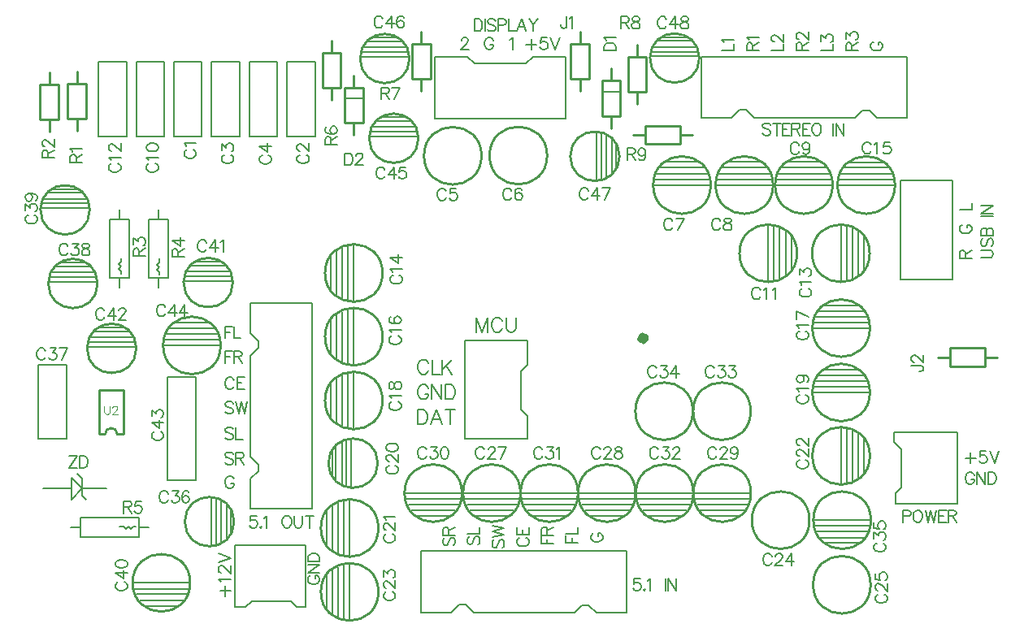
<source format=gto>
G04 Layer_Color=65535*
%FSLAX23Y23*%
%MOIN*%
G70*
G01*
G75*
%ADD17C,0.004*%
%ADD19C,0.008*%
%ADD20C,0.010*%
%ADD37C,0.039*%
%ADD38C,0.006*%
%ADD39C,0.005*%
%ADD40C,0.010*%
%ADD41C,0.006*%
D17*
X356Y908D02*
Y884D01*
X357Y879D01*
X360Y875D01*
X365Y874D01*
X368D01*
X373Y875D01*
X377Y879D01*
X378Y884D01*
Y908D01*
X389Y900D02*
Y901D01*
X391Y905D01*
X392Y906D01*
X396Y908D01*
X402D01*
X405Y906D01*
X407Y905D01*
X409Y901D01*
Y898D01*
X407Y895D01*
X404Y890D01*
X388Y874D01*
X410D01*
D19*
X730Y604D02*
Y1028D01*
X615D02*
X730D01*
X615Y604D02*
Y1028D01*
Y604D02*
X730D01*
X2115Y2340D02*
X2249D01*
X2086Y2312D02*
X2115Y2340D01*
X1712D02*
X1846D01*
X1875Y2312D01*
X644Y1250D02*
X785D01*
X624Y1227D02*
X805D01*
X608Y1203D02*
X817D01*
X600Y1180D02*
X829D01*
X600Y1156D02*
X829D01*
X3173Y1463D02*
Y1604D01*
X3150Y1443D02*
Y1624D01*
X3126Y1431D02*
Y1640D01*
X3102Y1419D02*
Y1648D01*
X3079Y1419D02*
Y1648D01*
X3472Y1463D02*
Y1604D01*
X3448Y1443D02*
Y1624D01*
X3425Y1431D02*
Y1640D01*
X3401Y1419D02*
Y1648D01*
X3377Y1419D02*
Y1648D01*
X3410Y1908D02*
X3552D01*
X3391Y1885D02*
X3572D01*
X3375Y1861D02*
X3583D01*
X3367Y1837D02*
X3595D01*
X3367Y1814D02*
X3595D01*
X1284Y859D02*
Y1001D01*
X1308Y840D02*
Y1021D01*
X1332Y824D02*
Y1032D01*
X1355Y816D02*
Y1044D01*
X1379Y816D02*
Y1044D01*
X1284Y1121D02*
Y1263D01*
X1308Y1101D02*
Y1282D01*
X1332Y1085D02*
Y1294D01*
X1355Y1078D02*
Y1306D01*
X1379Y1078D02*
Y1306D01*
X1284Y1382D02*
Y1524D01*
X1308Y1362D02*
Y1543D01*
X1332Y1346D02*
Y1555D01*
X1355Y1339D02*
Y1567D01*
X1379Y1339D02*
Y1567D01*
X1267Y74D02*
Y216D01*
X1291Y55D02*
Y236D01*
X1314Y39D02*
Y248D01*
X1338Y31D02*
Y259D01*
X1362Y31D02*
Y259D01*
X1634Y455D02*
X1776D01*
X1614Y479D02*
X1795D01*
X1603Y503D02*
X1811D01*
X1591Y526D02*
X1819D01*
X1591Y550D02*
X1819D01*
X3154Y1909D02*
X3296D01*
X3135Y1885D02*
X3316D01*
X3119Y1861D02*
X3328D01*
X3111Y1838D02*
X3339D01*
X3111Y1814D02*
X3339D01*
X2910Y1909D02*
X3052D01*
X2891Y1885D02*
X3072D01*
X2875Y1861D02*
X3084D01*
X2867Y1838D02*
X3095D01*
X2867Y1814D02*
X3095D01*
X3311Y345D02*
X3453D01*
X3291Y368D02*
X3472D01*
X3279Y392D02*
X3488D01*
X3268Y416D02*
X3496D01*
X3268Y439D02*
X3496D01*
X2654Y1909D02*
X2796D01*
X2635Y1885D02*
X2816D01*
X2619Y1861D02*
X2828D01*
X2611Y1838D02*
X2839D01*
X2611Y1814D02*
X2839D01*
X3472Y632D02*
Y774D01*
X3449Y612D02*
Y793D01*
X3425Y601D02*
Y809D01*
X3402Y589D02*
Y817D01*
X3378Y589D02*
Y817D01*
X1267Y336D02*
Y478D01*
X1291Y316D02*
Y497D01*
X1314Y301D02*
Y509D01*
X1338Y293D02*
Y521D01*
X1362Y293D02*
Y521D01*
X3307Y1321D02*
X3449D01*
X3287Y1297D02*
X3468D01*
X3272Y1274D02*
X3480D01*
X3264Y1250D02*
X3492D01*
X3264Y1227D02*
X3492D01*
X3307Y1057D02*
X3449D01*
X3287Y1034D02*
X3468D01*
X3272Y1010D02*
X3480D01*
X3264Y986D02*
X3492D01*
X3264Y963D02*
X3492D01*
X2819Y455D02*
X2961D01*
X2799Y479D02*
X2980D01*
X2787Y503D02*
X2996D01*
X2776Y526D02*
X3004D01*
X2776Y550D02*
X3004D01*
X2583Y455D02*
X2724D01*
X2563Y479D02*
X2744D01*
X2551Y503D02*
X2760D01*
X2539Y526D02*
X2768D01*
X2539Y550D02*
X2768D01*
X2346Y455D02*
X2488D01*
X2327Y479D02*
X2508D01*
X2315Y503D02*
X2524D01*
X2303Y526D02*
X2532D01*
X2303Y550D02*
X2532D01*
X2110Y455D02*
X2252D01*
X2091Y479D02*
X2272D01*
X2079Y503D02*
X2287D01*
X2067Y526D02*
X2295D01*
X2067Y550D02*
X2295D01*
X1874Y455D02*
X2016D01*
X1854Y479D02*
X2035D01*
X1843Y503D02*
X2051D01*
X1831Y526D02*
X2059D01*
X1831Y550D02*
X2059D01*
X2315Y91D02*
X2342D01*
X2498Y60D02*
Y312D01*
X1653D02*
X2498D01*
X1653Y60D02*
Y312D01*
X447Y2014D02*
Y2319D01*
X332D02*
X447D01*
X332Y2014D02*
Y2319D01*
Y2014D02*
X447D01*
X602D02*
Y2319D01*
X487D02*
X602D01*
X487Y2014D02*
Y2319D01*
Y2014D02*
X602D01*
X756D02*
Y2319D01*
X641D02*
X756D01*
X641Y2014D02*
Y2319D01*
Y2014D02*
X756D01*
X911D02*
Y2319D01*
X796D02*
X911D01*
X796Y2014D02*
Y2319D01*
Y2014D02*
X911D01*
X1065D02*
Y2319D01*
X950D02*
X1065D01*
X950Y2014D02*
Y2319D01*
Y2014D02*
X1065D01*
X1220D02*
Y2319D01*
X1105D02*
X1220D01*
X1105Y2014D02*
Y2319D01*
Y2014D02*
X1220D01*
X537Y1672D02*
X617D01*
X537Y1432D02*
X617D01*
X577Y1672D02*
Y1712D01*
Y1392D02*
Y1432D01*
X617D02*
Y1672D01*
X537Y1432D02*
Y1672D01*
X582Y1447D02*
Y1457D01*
Y1497D02*
Y1512D01*
X572Y1467D02*
X582Y1477D01*
X572Y1487D02*
X582Y1497D01*
X572Y1467D02*
X582Y1457D01*
X572Y1487D02*
X582Y1477D01*
X1712Y2088D02*
Y2340D01*
X1875Y2312D02*
X2086D01*
X2249Y2088D02*
Y2340D01*
X1712Y2088D02*
X2249D01*
X2398Y2195D02*
X2470D01*
X1342Y2171D02*
X1415D01*
X265Y569D02*
X363D01*
X265Y539D02*
Y609D01*
Y539D02*
X282Y522D01*
X245Y629D02*
X265Y609D01*
X104Y569D02*
X220D01*
X265D02*
X265D01*
X220Y614D02*
X265Y569D01*
X220Y524D02*
Y614D01*
Y524D02*
X265Y569D01*
X378Y1674D02*
X458D01*
X378Y1434D02*
X458D01*
X418Y1674D02*
Y1714D01*
Y1394D02*
Y1434D01*
X458D02*
Y1674D01*
X378Y1434D02*
Y1674D01*
X423Y1449D02*
Y1459D01*
Y1499D02*
Y1514D01*
X413Y1469D02*
X423Y1479D01*
X413Y1489D02*
X423Y1499D01*
X413Y1469D02*
X423Y1459D01*
X413Y1489D02*
X423Y1479D01*
X200Y773D02*
Y1078D01*
X85D02*
X200D01*
X85Y773D02*
Y1078D01*
Y773D02*
X200D01*
X519Y87D02*
X661D01*
X500Y111D02*
X681D01*
X488Y135D02*
X696D01*
X476Y158D02*
X704D01*
X476Y182D02*
X704D01*
X258Y369D02*
Y449D01*
X498Y369D02*
Y449D01*
X218Y409D02*
X258D01*
X498D02*
X538D01*
X258Y449D02*
X498D01*
X258Y369D02*
X498D01*
X473Y414D02*
X483D01*
X418D02*
X433D01*
X453D02*
X463Y404D01*
X433Y414D02*
X443Y404D01*
X463D02*
X473Y414D01*
X443Y404D02*
X453Y414D01*
X2283Y60D02*
X2315Y91D01*
X1810Y93D02*
X1837D01*
X2342Y91D02*
X2373Y60D01*
X2498D01*
X1777D02*
X1810Y93D01*
X1653Y60D02*
X1777D01*
X1837Y93D02*
X1870Y60D01*
X2283D01*
X987Y641D02*
Y668D01*
X955Y485D02*
X1207D01*
Y1330D01*
X955D02*
X1207D01*
X955Y700D02*
X987Y668D01*
X989Y1146D02*
Y1173D01*
X955Y610D02*
X987Y641D01*
X955Y485D02*
Y610D01*
Y1206D02*
X989Y1173D01*
X955Y1206D02*
Y1330D01*
Y1113D02*
X989Y1146D01*
X955Y700D02*
Y1113D01*
X3466Y2120D02*
X3493D01*
X3649Y2089D02*
Y2341D01*
X2804D02*
X3649D01*
X2804Y2089D02*
Y2341D01*
X3435Y2089D02*
X3466Y2120D01*
X2962Y2122D02*
X2988D01*
X3493Y2120D02*
X3524Y2089D01*
X3649D01*
X2928D02*
X2962Y2122D01*
X2804Y2089D02*
X2928D01*
X2988Y2122D02*
X3021Y2089D01*
X3435D01*
D20*
X1477Y673D02*
G03*
X1477Y673I-101J0D01*
G01*
X833Y1156D02*
G03*
X833Y1156I-118J0D01*
G01*
X3197Y1534D02*
G03*
X3197Y1534I-118J0D01*
G01*
X3495D02*
G03*
X3495Y1534I-118J0D01*
G01*
X3599Y1814D02*
G03*
X3599Y1814I-118J0D01*
G01*
X1497Y930D02*
G03*
X1497Y930I-118J0D01*
G01*
Y1192D02*
G03*
X1497Y1192I-118J0D01*
G01*
Y1453D02*
G03*
X1497Y1453I-118J0D01*
G01*
X1480Y145D02*
G03*
X1480Y145I-118J0D01*
G01*
X1823Y550D02*
G03*
X1823Y550I-118J0D01*
G01*
X3248Y439D02*
G03*
X3248Y439I-118J0D01*
G01*
X3343Y1814D02*
G03*
X3343Y1814I-118J0D01*
G01*
X3099D02*
G03*
X3099Y1814I-118J0D01*
G01*
X3500Y439D02*
G03*
X3500Y439I-118J0D01*
G01*
X2843Y1814D02*
G03*
X2843Y1814I-118J0D01*
G01*
X3496Y703D02*
G03*
X3496Y703I-118J0D01*
G01*
X1480Y407D02*
G03*
X1480Y407I-118J0D01*
G01*
X3496Y1227D02*
G03*
X3496Y1227I-118J0D01*
G01*
Y963D02*
G03*
X3496Y963I-118J0D01*
G01*
X3008Y550D02*
G03*
X3008Y550I-118J0D01*
G01*
X2772D02*
G03*
X2772Y550I-118J0D01*
G01*
X2535D02*
G03*
X2535Y550I-118J0D01*
G01*
X2299D02*
G03*
X2299Y550I-118J0D01*
G01*
X2063D02*
G03*
X2063Y550I-118J0D01*
G01*
X3499Y174D02*
G03*
X3499Y174I-118J0D01*
G01*
X3007Y886D02*
G03*
X3007Y886I-118J0D01*
G01*
X2770D02*
G03*
X2770Y886I-118J0D01*
G01*
X1903Y1934D02*
G03*
X1903Y1934I-118J0D01*
G01*
X2796Y2335D02*
G03*
X2796Y2335I-101J0D01*
G01*
X2172Y1935D02*
G03*
X2172Y1935I-118J0D01*
G01*
X1607Y2333D02*
G03*
X1607Y2333I-101J0D01*
G01*
X1644Y2006D02*
G03*
X1644Y2006I-101J0D01*
G01*
X2469Y1932D02*
G03*
X2469Y1932I-101J0D01*
G01*
X296Y1712D02*
G03*
X296Y1712I-101J0D01*
G01*
X328Y1410D02*
G03*
X328Y1410I-101J0D01*
G01*
X487Y1144D02*
G03*
X487Y1144I-101J0D01*
G01*
X883Y1414D02*
G03*
X883Y1414I-101J0D01*
G01*
X888Y433D02*
G03*
X888Y433I-101J0D01*
G01*
X409Y792D02*
G03*
X359Y792I-25J0D01*
G01*
X708Y182D02*
G03*
X708Y182I-118J0D01*
G01*
X409Y792D02*
X434D01*
Y972D01*
X334D02*
X434D01*
X334Y792D02*
Y972D01*
Y792D02*
X359D01*
D37*
X2569Y1185D02*
G03*
X2569Y1185I-4J0D01*
G01*
D38*
X1146Y83D02*
X1182D01*
X1120Y108D02*
X1146Y83D01*
X892D02*
X936D01*
X962Y108D01*
X3595Y759D02*
Y799D01*
Y759D02*
X3624Y730D01*
X3602Y508D02*
Y550D01*
X3624Y572D01*
X3620Y1832D02*
X3835D01*
Y1427D02*
Y1832D01*
X3620Y1427D02*
X3835D01*
X3620D02*
Y1832D01*
X3595Y799D02*
X3854D01*
Y508D02*
Y799D01*
X3602Y508D02*
X3854D01*
X3624Y572D02*
Y730D01*
X1836Y773D02*
X2091D01*
X1836D02*
Y1178D01*
X2091D01*
X2064Y893D02*
Y1050D01*
X892Y83D02*
Y338D01*
X1182D01*
Y83D02*
Y338D01*
X962Y108D02*
X1120D01*
X2064Y893D02*
X2091Y867D01*
Y773D02*
Y867D01*
X2064Y1050D02*
X2091Y1076D01*
Y1178D01*
D39*
X1349Y575D02*
Y773D01*
X1290Y626D02*
Y725D01*
X1306Y599D02*
Y747D01*
X1330Y581D02*
Y764D01*
X1369Y571D02*
Y774D01*
X2597Y2361D02*
X2794D01*
X2648Y2420D02*
X2747D01*
X2620Y2405D02*
X2769D01*
X2603Y2381D02*
X2786D01*
X2593Y2342D02*
X2796D01*
X1407Y2360D02*
X1605D01*
X1458Y2419D02*
X1557D01*
X1430Y2403D02*
X1579D01*
X1413Y2379D02*
X1596D01*
X1403Y2340D02*
X1606D01*
X1444Y2033D02*
X1642D01*
X1495Y2092D02*
X1594D01*
X1468Y2076D02*
X1617D01*
X1451Y2052D02*
X1634D01*
X1440Y2013D02*
X1644D01*
X2394Y1833D02*
Y2031D01*
X2453Y1881D02*
Y1980D01*
X2437Y1859D02*
Y2007D01*
X2413Y1841D02*
Y2024D01*
X2374Y1831D02*
Y2035D01*
X96Y1739D02*
X294D01*
X147Y1798D02*
X246D01*
X119Y1782D02*
X268D01*
X102Y1758D02*
X285D01*
X92Y1719D02*
X295D01*
X128Y1437D02*
X326D01*
X179Y1496D02*
X278D01*
X151Y1480D02*
X300D01*
X134Y1456D02*
X317D01*
X124Y1417D02*
X327D01*
X288Y1171D02*
X485D01*
X339Y1230D02*
X438D01*
X311Y1214D02*
X460D01*
X294Y1190D02*
X477D01*
X284Y1151D02*
X487D01*
X683Y1440D02*
X881D01*
X735Y1499D02*
X833D01*
X707Y1483D02*
X856D01*
X690Y1460D02*
X873D01*
X679Y1420D02*
X883D01*
X813Y334D02*
Y531D01*
X873Y381D02*
Y480D01*
X857Y359D02*
Y508D01*
X833Y342D02*
Y525D01*
X794Y332D02*
Y535D01*
D40*
X2504Y2339D02*
X2579D01*
X2504Y2195D02*
X2579D01*
Y2339D01*
X2504Y2195D02*
Y2339D01*
X2542Y2145D02*
Y2195D01*
Y2339D02*
Y2389D01*
X1251Y2213D02*
X1326D01*
X1251Y2357D02*
X1326D01*
X1251Y2213D02*
Y2357D01*
X1326Y2213D02*
Y2357D01*
X1289D02*
Y2407D01*
Y2163D02*
Y2213D01*
X2269Y2249D02*
X2344D01*
X2269Y2393D02*
X2344D01*
X2269Y2249D02*
Y2393D01*
X2344Y2249D02*
Y2393D01*
X2307D02*
Y2443D01*
Y2199D02*
Y2249D01*
X3824Y1070D02*
Y1145D01*
X3968Y1070D02*
Y1145D01*
X3824D02*
X3968D01*
X3824Y1070D02*
X3968D01*
Y1107D02*
X4018D01*
X3774D02*
X3824D01*
X92Y2084D02*
X167D01*
X92Y2228D02*
X167D01*
X92Y2084D02*
Y2228D01*
X167Y2084D02*
Y2228D01*
X130D02*
Y2278D01*
Y2034D02*
Y2084D01*
X206Y2086D02*
X281D01*
X206Y2230D02*
X281D01*
X206Y2086D02*
Y2230D01*
X281Y2086D02*
Y2230D01*
X244D02*
Y2280D01*
Y2036D02*
Y2086D01*
X2397Y2098D02*
Y2242D01*
X2472Y2098D02*
Y2242D01*
X2434D02*
Y2292D01*
Y2048D02*
Y2098D01*
X2397D02*
X2472D01*
X2397Y2242D02*
X2472D01*
X2717Y1983D02*
Y2058D01*
X2573Y1983D02*
Y2058D01*
Y1983D02*
X2717D01*
X2573Y2058D02*
X2717D01*
X2523Y2020D02*
X2573D01*
X2717D02*
X2767D01*
X1618Y2251D02*
X1693D01*
X1618Y2394D02*
X1693D01*
X1618Y2251D02*
Y2394D01*
X1693Y2251D02*
Y2394D01*
X1656D02*
Y2444D01*
Y2201D02*
Y2251D01*
X1417Y2070D02*
Y2213D01*
X1342Y2070D02*
Y2213D01*
X1379Y2020D02*
Y2070D01*
Y2213D02*
Y2263D01*
X1342Y2213D02*
X1417D01*
X1342Y2070D02*
X1417D01*
D41*
X561Y802D02*
X557Y800D01*
X552Y795D01*
X550Y791D01*
Y781D01*
X552Y777D01*
X557Y772D01*
X561Y770D01*
X568Y767D01*
X580D01*
X587Y770D01*
X592Y772D01*
X596Y777D01*
X599Y781D01*
Y791D01*
X596Y795D01*
X592Y800D01*
X587Y802D01*
X550Y840D02*
X582Y816D01*
Y851D01*
X550Y840D02*
X599D01*
X550Y865D02*
Y890D01*
X568Y876D01*
Y883D01*
X571Y888D01*
X573Y890D01*
X580Y893D01*
X585D01*
X592Y890D01*
X596Y886D01*
X599Y879D01*
Y872D01*
X596Y865D01*
X594Y862D01*
X589Y860D01*
X1524Y664D02*
X1519Y661D01*
X1514Y657D01*
X1512Y652D01*
Y643D01*
X1514Y638D01*
X1519Y633D01*
X1524Y631D01*
X1531Y629D01*
X1542D01*
X1549Y631D01*
X1554Y633D01*
X1559Y638D01*
X1561Y643D01*
Y652D01*
X1559Y657D01*
X1554Y661D01*
X1549Y664D01*
X1524Y680D02*
X1521D01*
X1517Y682D01*
X1514Y685D01*
X1512Y689D01*
Y699D01*
X1514Y703D01*
X1517Y706D01*
X1521Y708D01*
X1526D01*
X1531Y706D01*
X1538Y701D01*
X1561Y678D01*
Y710D01*
X1512Y735D02*
X1514Y728D01*
X1521Y724D01*
X1533Y721D01*
X1540D01*
X1552Y724D01*
X1559Y728D01*
X1561Y735D01*
Y740D01*
X1559Y747D01*
X1552Y752D01*
X1540Y754D01*
X1533D01*
X1521Y752D01*
X1514Y747D01*
X1512Y740D01*
Y735D01*
X605Y1312D02*
X603Y1317D01*
X598Y1322D01*
X594Y1324D01*
X584D01*
X580Y1322D01*
X575Y1317D01*
X573Y1312D01*
X570Y1305D01*
Y1294D01*
X573Y1287D01*
X575Y1282D01*
X580Y1277D01*
X584Y1275D01*
X594D01*
X598Y1277D01*
X603Y1282D01*
X605Y1287D01*
X643Y1324D02*
X619Y1291D01*
X654D01*
X643Y1324D02*
Y1275D01*
X686Y1324D02*
X663Y1291D01*
X698D01*
X686Y1324D02*
Y1275D01*
X2476Y2505D02*
Y2456D01*
Y2505D02*
X2497D01*
X2504Y2502D01*
X2506Y2500D01*
X2508Y2495D01*
Y2491D01*
X2506Y2486D01*
X2504Y2484D01*
X2497Y2481D01*
X2476D01*
X2492D02*
X2508Y2456D01*
X2531Y2505D02*
X2524Y2502D01*
X2522Y2498D01*
Y2493D01*
X2524Y2488D01*
X2529Y2486D01*
X2538Y2484D01*
X2545Y2481D01*
X2550Y2477D01*
X2552Y2472D01*
Y2465D01*
X2550Y2460D01*
X2548Y2458D01*
X2541Y2456D01*
X2531D01*
X2524Y2458D01*
X2522Y2460D01*
X2519Y2465D01*
Y2472D01*
X2522Y2477D01*
X2527Y2481D01*
X2534Y2484D01*
X2543Y2486D01*
X2548Y2488D01*
X2550Y2493D01*
Y2498D01*
X2548Y2502D01*
X2541Y2505D01*
X2531D01*
X1262Y1980D02*
X1311D01*
X1262D02*
Y2001D01*
X1264Y2008D01*
X1266Y2011D01*
X1271Y2013D01*
X1276D01*
X1280Y2011D01*
X1283Y2008D01*
X1285Y2001D01*
Y1980D01*
Y1997D02*
X1311Y2013D01*
X1269Y2052D02*
X1264Y2050D01*
X1262Y2043D01*
Y2038D01*
X1264Y2031D01*
X1271Y2026D01*
X1283Y2024D01*
X1294D01*
X1304Y2026D01*
X1308Y2031D01*
X1311Y2038D01*
Y2041D01*
X1308Y2048D01*
X1304Y2052D01*
X1297Y2055D01*
X1294D01*
X1287Y2052D01*
X1283Y2048D01*
X1280Y2041D01*
Y2038D01*
X1283Y2031D01*
X1287Y2026D01*
X1294Y2024D01*
X2252Y2506D02*
Y2468D01*
X2250Y2461D01*
X2247Y2459D01*
X2242Y2457D01*
X2238D01*
X2233Y2459D01*
X2231Y2461D01*
X2228Y2468D01*
Y2473D01*
X2265Y2497D02*
X2269Y2499D01*
X2276Y2506D01*
Y2457D01*
X3666Y1073D02*
X3704D01*
X3711Y1070D01*
X3713Y1068D01*
X3715Y1063D01*
Y1059D01*
X3713Y1054D01*
X3711Y1052D01*
X3704Y1049D01*
X3699D01*
X3678Y1088D02*
X3676D01*
X3671Y1090D01*
X3669Y1092D01*
X3666Y1097D01*
Y1106D01*
X3669Y1111D01*
X3671Y1113D01*
X3676Y1116D01*
X3680D01*
X3685Y1113D01*
X3692Y1109D01*
X3715Y1085D01*
Y1118D01*
X3047Y1382D02*
X3045Y1387D01*
X3040Y1392D01*
X3035Y1394D01*
X3026D01*
X3021Y1392D01*
X3016Y1387D01*
X3014Y1382D01*
X3012Y1375D01*
Y1363D01*
X3014Y1356D01*
X3016Y1352D01*
X3021Y1347D01*
X3026Y1345D01*
X3035D01*
X3040Y1347D01*
X3045Y1352D01*
X3047Y1356D01*
X3061Y1384D02*
X3065Y1387D01*
X3072Y1394D01*
Y1345D01*
X3097Y1384D02*
X3101Y1387D01*
X3109Y1394D01*
Y1345D01*
X3218Y1390D02*
X3214Y1388D01*
X3209Y1383D01*
X3207Y1378D01*
Y1369D01*
X3209Y1364D01*
X3214Y1360D01*
X3218Y1357D01*
X3225Y1355D01*
X3237D01*
X3244Y1357D01*
X3249Y1360D01*
X3253Y1364D01*
X3256Y1369D01*
Y1378D01*
X3253Y1383D01*
X3249Y1388D01*
X3244Y1390D01*
X3216Y1404D02*
X3214Y1409D01*
X3207Y1416D01*
X3256D01*
X3207Y1445D02*
Y1471D01*
X3225Y1456D01*
Y1463D01*
X3228Y1468D01*
X3230Y1471D01*
X3237Y1473D01*
X3242D01*
X3249Y1471D01*
X3253Y1466D01*
X3256Y1459D01*
Y1452D01*
X3253Y1445D01*
X3251Y1442D01*
X3246Y1440D01*
X3500Y1979D02*
X3498Y1984D01*
X3493Y1988D01*
X3488Y1991D01*
X3479D01*
X3474Y1988D01*
X3470Y1984D01*
X3467Y1979D01*
X3465Y1972D01*
Y1960D01*
X3467Y1953D01*
X3470Y1949D01*
X3474Y1944D01*
X3479Y1942D01*
X3488D01*
X3493Y1944D01*
X3498Y1949D01*
X3500Y1953D01*
X3514Y1981D02*
X3519Y1984D01*
X3526Y1991D01*
Y1942D01*
X3578Y1991D02*
X3555D01*
X3552Y1970D01*
X3555Y1972D01*
X3562Y1974D01*
X3569D01*
X3576Y1972D01*
X3580Y1967D01*
X3583Y1960D01*
Y1956D01*
X3580Y1949D01*
X3576Y1944D01*
X3569Y1942D01*
X3562D01*
X3555Y1944D01*
X3552Y1946D01*
X3550Y1951D01*
X1536Y925D02*
X1531Y922D01*
X1526Y918D01*
X1524Y913D01*
Y904D01*
X1526Y899D01*
X1531Y894D01*
X1536Y892D01*
X1543Y890D01*
X1554D01*
X1561Y892D01*
X1566Y894D01*
X1571Y899D01*
X1573Y904D01*
Y913D01*
X1571Y918D01*
X1566Y922D01*
X1561Y925D01*
X1533Y939D02*
X1531Y943D01*
X1524Y950D01*
X1573D01*
X1524Y986D02*
X1526Y979D01*
X1531Y977D01*
X1536D01*
X1540Y979D01*
X1543Y984D01*
X1545Y993D01*
X1547Y1001D01*
X1552Y1005D01*
X1557Y1008D01*
X1564D01*
X1568Y1005D01*
X1571Y1003D01*
X1573Y996D01*
Y986D01*
X1571Y979D01*
X1568Y977D01*
X1564Y975D01*
X1557D01*
X1552Y977D01*
X1547Y982D01*
X1545Y989D01*
X1543Y998D01*
X1540Y1003D01*
X1536Y1005D01*
X1531D01*
X1526Y1003D01*
X1524Y996D01*
Y986D01*
X1536Y1195D02*
X1531Y1192D01*
X1526Y1188D01*
X1524Y1183D01*
Y1174D01*
X1526Y1169D01*
X1531Y1164D01*
X1536Y1162D01*
X1543Y1160D01*
X1554D01*
X1561Y1162D01*
X1566Y1164D01*
X1571Y1169D01*
X1573Y1174D01*
Y1183D01*
X1571Y1188D01*
X1566Y1192D01*
X1561Y1195D01*
X1533Y1209D02*
X1531Y1213D01*
X1524Y1220D01*
X1573D01*
X1531Y1273D02*
X1526Y1271D01*
X1524Y1263D01*
Y1259D01*
X1526Y1252D01*
X1533Y1247D01*
X1545Y1245D01*
X1557D01*
X1566Y1247D01*
X1571Y1252D01*
X1573Y1259D01*
Y1261D01*
X1571Y1268D01*
X1566Y1273D01*
X1559Y1275D01*
X1557D01*
X1550Y1273D01*
X1545Y1268D01*
X1543Y1261D01*
Y1259D01*
X1545Y1252D01*
X1550Y1247D01*
X1557Y1245D01*
X1541Y1444D02*
X1536Y1442D01*
X1531Y1437D01*
X1529Y1432D01*
Y1423D01*
X1531Y1418D01*
X1536Y1414D01*
X1541Y1411D01*
X1548Y1409D01*
X1559D01*
X1566Y1411D01*
X1571Y1414D01*
X1576Y1418D01*
X1578Y1423D01*
Y1432D01*
X1576Y1437D01*
X1571Y1442D01*
X1566Y1444D01*
X1538Y1458D02*
X1536Y1463D01*
X1529Y1470D01*
X1578D01*
X1529Y1518D02*
X1562Y1494D01*
Y1529D01*
X1529Y1518D02*
X1578D01*
X1512Y145D02*
X1507Y143D01*
X1503Y138D01*
X1500Y134D01*
Y124D01*
X1503Y120D01*
X1507Y115D01*
X1512Y112D01*
X1519Y110D01*
X1531D01*
X1538Y112D01*
X1542Y115D01*
X1547Y120D01*
X1549Y124D01*
Y134D01*
X1547Y138D01*
X1542Y143D01*
X1538Y145D01*
X1512Y161D02*
X1510D01*
X1505Y164D01*
X1503Y166D01*
X1500Y171D01*
Y180D01*
X1503Y185D01*
X1505Y187D01*
X1510Y190D01*
X1514D01*
X1519Y187D01*
X1526Y183D01*
X1549Y159D01*
Y192D01*
X1500Y208D02*
Y233D01*
X1519Y219D01*
Y226D01*
X1521Y231D01*
X1524Y233D01*
X1531Y236D01*
X1535D01*
X1542Y233D01*
X1547Y229D01*
X1549Y222D01*
Y215D01*
X1547Y208D01*
X1545Y205D01*
X1540Y203D01*
X1677Y729D02*
X1674Y733D01*
X1670Y738D01*
X1665Y740D01*
X1656D01*
X1651Y738D01*
X1646Y733D01*
X1644Y729D01*
X1642Y722D01*
Y710D01*
X1644Y703D01*
X1646Y698D01*
X1651Y693D01*
X1656Y691D01*
X1665D01*
X1670Y693D01*
X1674Y698D01*
X1677Y703D01*
X1695Y740D02*
X1721D01*
X1707Y722D01*
X1714D01*
X1719Y719D01*
X1721Y717D01*
X1723Y710D01*
Y705D01*
X1721Y698D01*
X1716Y693D01*
X1709Y691D01*
X1702D01*
X1695Y693D01*
X1693Y696D01*
X1691Y700D01*
X1749Y740D02*
X1741Y738D01*
X1737Y731D01*
X1734Y719D01*
Y712D01*
X1737Y700D01*
X1741Y693D01*
X1749Y691D01*
X1753D01*
X1760Y693D01*
X1765Y700D01*
X1767Y712D01*
Y719D01*
X1765Y731D01*
X1760Y738D01*
X1753Y740D01*
X1749D01*
X3093Y291D02*
X3090Y295D01*
X3086Y300D01*
X3081Y302D01*
X3071D01*
X3067Y300D01*
X3062Y295D01*
X3060Y291D01*
X3057Y284D01*
Y272D01*
X3060Y265D01*
X3062Y260D01*
X3067Y255D01*
X3071Y253D01*
X3081D01*
X3086Y255D01*
X3090Y260D01*
X3093Y265D01*
X3109Y291D02*
Y293D01*
X3111Y298D01*
X3113Y300D01*
X3118Y302D01*
X3127D01*
X3132Y300D01*
X3134Y298D01*
X3137Y293D01*
Y288D01*
X3134Y284D01*
X3130Y277D01*
X3106Y253D01*
X3139D01*
X3174Y302D02*
X3150Y270D01*
X3185D01*
X3174Y302D02*
Y253D01*
X3205Y1977D02*
X3203Y1982D01*
X3198Y1987D01*
X3193Y1989D01*
X3184D01*
X3179Y1987D01*
X3175Y1982D01*
X3172Y1977D01*
X3170Y1970D01*
Y1959D01*
X3172Y1952D01*
X3175Y1947D01*
X3179Y1942D01*
X3184Y1940D01*
X3193D01*
X3198Y1942D01*
X3203Y1947D01*
X3205Y1952D01*
X3249Y1973D02*
X3247Y1966D01*
X3242Y1961D01*
X3235Y1959D01*
X3233D01*
X3226Y1961D01*
X3221Y1966D01*
X3219Y1973D01*
Y1975D01*
X3221Y1982D01*
X3226Y1987D01*
X3233Y1989D01*
X3235D01*
X3242Y1987D01*
X3247Y1982D01*
X3249Y1973D01*
Y1961D01*
X3247Y1949D01*
X3242Y1942D01*
X3235Y1940D01*
X3231D01*
X3224Y1942D01*
X3221Y1947D01*
X2882Y1666D02*
X2880Y1671D01*
X2875Y1676D01*
X2871Y1678D01*
X2861D01*
X2857Y1676D01*
X2852Y1671D01*
X2850Y1666D01*
X2847Y1659D01*
Y1648D01*
X2850Y1641D01*
X2852Y1636D01*
X2857Y1631D01*
X2861Y1629D01*
X2871D01*
X2875Y1631D01*
X2880Y1636D01*
X2882Y1641D01*
X2908Y1678D02*
X2901Y1676D01*
X2899Y1671D01*
Y1666D01*
X2901Y1662D01*
X2906Y1659D01*
X2915Y1657D01*
X2922Y1655D01*
X2927Y1650D01*
X2929Y1645D01*
Y1638D01*
X2927Y1634D01*
X2924Y1631D01*
X2917Y1629D01*
X2908D01*
X2901Y1631D01*
X2899Y1634D01*
X2896Y1638D01*
Y1645D01*
X2899Y1650D01*
X2903Y1655D01*
X2910Y1657D01*
X2920Y1659D01*
X2924Y1662D01*
X2927Y1666D01*
Y1671D01*
X2924Y1676D01*
X2917Y1678D01*
X2908D01*
X3524Y344D02*
X3519Y342D01*
X3515Y337D01*
X3512Y333D01*
Y323D01*
X3515Y319D01*
X3519Y314D01*
X3524Y312D01*
X3531Y309D01*
X3543D01*
X3550Y312D01*
X3555Y314D01*
X3559Y319D01*
X3562Y323D01*
Y333D01*
X3559Y337D01*
X3555Y342D01*
X3550Y344D01*
X3512Y363D02*
Y389D01*
X3531Y375D01*
Y382D01*
X3533Y386D01*
X3536Y389D01*
X3543Y391D01*
X3548D01*
X3555Y389D01*
X3559Y384D01*
X3562Y377D01*
Y370D01*
X3559Y363D01*
X3557Y361D01*
X3552Y358D01*
X3512Y430D02*
Y407D01*
X3533Y404D01*
X3531Y407D01*
X3529Y414D01*
Y421D01*
X3531Y428D01*
X3536Y433D01*
X3543Y435D01*
X3548D01*
X3555Y433D01*
X3559Y428D01*
X3562Y421D01*
Y414D01*
X3559Y407D01*
X3557Y404D01*
X3552Y402D01*
X2686Y1666D02*
X2684Y1671D01*
X2679Y1676D01*
X2674Y1678D01*
X2665D01*
X2660Y1676D01*
X2656Y1671D01*
X2653Y1666D01*
X2651Y1659D01*
Y1648D01*
X2653Y1641D01*
X2656Y1636D01*
X2660Y1631D01*
X2665Y1629D01*
X2674D01*
X2679Y1631D01*
X2684Y1636D01*
X2686Y1641D01*
X2733Y1678D02*
X2709Y1629D01*
X2700Y1678D02*
X2733D01*
X3207Y686D02*
X3202Y684D01*
X3197Y679D01*
X3195Y674D01*
Y665D01*
X3197Y660D01*
X3202Y655D01*
X3207Y653D01*
X3214Y651D01*
X3225D01*
X3232Y653D01*
X3237Y655D01*
X3242Y660D01*
X3244Y665D01*
Y674D01*
X3242Y679D01*
X3237Y684D01*
X3232Y686D01*
X3207Y702D02*
X3204D01*
X3200Y704D01*
X3197Y707D01*
X3195Y711D01*
Y721D01*
X3197Y725D01*
X3200Y728D01*
X3204Y730D01*
X3209D01*
X3214Y728D01*
X3221Y723D01*
X3244Y700D01*
Y733D01*
X3207Y746D02*
X3204D01*
X3200Y748D01*
X3197Y751D01*
X3195Y755D01*
Y765D01*
X3197Y769D01*
X3200Y772D01*
X3204Y774D01*
X3209D01*
X3214Y772D01*
X3221Y767D01*
X3244Y744D01*
Y776D01*
X1512Y383D02*
X1507Y380D01*
X1503Y376D01*
X1500Y371D01*
Y362D01*
X1503Y357D01*
X1507Y352D01*
X1512Y350D01*
X1519Y348D01*
X1531D01*
X1538Y350D01*
X1542Y352D01*
X1547Y357D01*
X1549Y362D01*
Y371D01*
X1547Y376D01*
X1542Y380D01*
X1538Y383D01*
X1512Y399D02*
X1510D01*
X1505Y401D01*
X1503Y404D01*
X1500Y408D01*
Y418D01*
X1503Y422D01*
X1505Y425D01*
X1510Y427D01*
X1514D01*
X1519Y425D01*
X1526Y420D01*
X1549Y397D01*
Y429D01*
X1510Y440D02*
X1507Y445D01*
X1500Y452D01*
X1549D01*
X3207Y1214D02*
X3202Y1212D01*
X3197Y1207D01*
X3195Y1203D01*
Y1193D01*
X3197Y1189D01*
X3202Y1184D01*
X3207Y1182D01*
X3214Y1179D01*
X3225D01*
X3232Y1182D01*
X3237Y1184D01*
X3242Y1189D01*
X3244Y1193D01*
Y1203D01*
X3242Y1207D01*
X3237Y1212D01*
X3232Y1214D01*
X3204Y1228D02*
X3202Y1233D01*
X3195Y1240D01*
X3244D01*
X3195Y1297D02*
X3244Y1274D01*
X3195Y1264D02*
Y1297D01*
X3207Y954D02*
X3202Y951D01*
X3197Y947D01*
X3195Y942D01*
Y933D01*
X3197Y928D01*
X3202Y923D01*
X3207Y921D01*
X3214Y918D01*
X3225D01*
X3232Y921D01*
X3237Y923D01*
X3242Y928D01*
X3244Y933D01*
Y942D01*
X3242Y947D01*
X3237Y951D01*
X3232Y954D01*
X3204Y967D02*
X3202Y972D01*
X3195Y979D01*
X3244D01*
X3211Y1034D02*
X3218Y1032D01*
X3223Y1027D01*
X3225Y1020D01*
Y1018D01*
X3223Y1011D01*
X3218Y1006D01*
X3211Y1004D01*
X3209D01*
X3202Y1006D01*
X3197Y1011D01*
X3195Y1018D01*
Y1020D01*
X3197Y1027D01*
X3202Y1032D01*
X3211Y1034D01*
X3223D01*
X3235Y1032D01*
X3242Y1027D01*
X3244Y1020D01*
Y1015D01*
X3242Y1008D01*
X3237Y1006D01*
X2866Y729D02*
X2863Y733D01*
X2859Y738D01*
X2854Y740D01*
X2845D01*
X2840Y738D01*
X2835Y733D01*
X2833Y729D01*
X2831Y722D01*
Y710D01*
X2833Y703D01*
X2835Y698D01*
X2840Y693D01*
X2845Y691D01*
X2854D01*
X2859Y693D01*
X2863Y698D01*
X2866Y703D01*
X2882Y729D02*
Y731D01*
X2884Y736D01*
X2887Y738D01*
X2891Y740D01*
X2901D01*
X2905Y738D01*
X2908Y736D01*
X2910Y731D01*
Y726D01*
X2908Y722D01*
X2903Y715D01*
X2880Y691D01*
X2912D01*
X2954Y724D02*
X2952Y717D01*
X2947Y712D01*
X2940Y710D01*
X2937D01*
X2930Y712D01*
X2926Y717D01*
X2923Y724D01*
Y726D01*
X2926Y733D01*
X2930Y738D01*
X2937Y740D01*
X2940D01*
X2947Y738D01*
X2952Y733D01*
X2954Y724D01*
Y712D01*
X2952Y700D01*
X2947Y693D01*
X2940Y691D01*
X2935D01*
X2928Y693D01*
X2926Y698D01*
X2628Y729D02*
X2626Y733D01*
X2621Y738D01*
X2616Y740D01*
X2607D01*
X2602Y738D01*
X2598Y733D01*
X2595Y729D01*
X2593Y722D01*
Y710D01*
X2595Y703D01*
X2598Y698D01*
X2602Y693D01*
X2607Y691D01*
X2616D01*
X2621Y693D01*
X2626Y698D01*
X2628Y703D01*
X2647Y740D02*
X2672D01*
X2658Y722D01*
X2665D01*
X2670Y719D01*
X2672Y717D01*
X2675Y710D01*
Y705D01*
X2672Y698D01*
X2668Y693D01*
X2661Y691D01*
X2654D01*
X2647Y693D01*
X2644Y696D01*
X2642Y700D01*
X2688Y729D02*
Y731D01*
X2690Y736D01*
X2693Y738D01*
X2697Y740D01*
X2707D01*
X2711Y738D01*
X2714Y736D01*
X2716Y731D01*
Y726D01*
X2714Y722D01*
X2709Y715D01*
X2686Y691D01*
X2718D01*
X2390Y729D02*
X2388Y733D01*
X2383Y738D01*
X2378Y740D01*
X2369D01*
X2364Y738D01*
X2360Y733D01*
X2357Y729D01*
X2355Y722D01*
Y710D01*
X2357Y703D01*
X2360Y698D01*
X2364Y693D01*
X2369Y691D01*
X2378D01*
X2383Y693D01*
X2388Y698D01*
X2390Y703D01*
X2406Y729D02*
Y731D01*
X2409Y736D01*
X2411Y738D01*
X2416Y740D01*
X2425D01*
X2430Y738D01*
X2432Y736D01*
X2434Y731D01*
Y726D01*
X2432Y722D01*
X2427Y715D01*
X2404Y691D01*
X2437D01*
X2460Y740D02*
X2453Y738D01*
X2450Y733D01*
Y729D01*
X2453Y724D01*
X2457Y722D01*
X2467Y719D01*
X2474Y717D01*
X2478Y712D01*
X2481Y708D01*
Y700D01*
X2478Y696D01*
X2476Y693D01*
X2469Y691D01*
X2460D01*
X2453Y693D01*
X2450Y696D01*
X2448Y700D01*
Y708D01*
X2450Y712D01*
X2455Y717D01*
X2462Y719D01*
X2471Y722D01*
X2476Y724D01*
X2478Y729D01*
Y733D01*
X2476Y738D01*
X2469Y740D01*
X2460D01*
X2152Y729D02*
X2150Y733D01*
X2145Y738D01*
X2141Y740D01*
X2131D01*
X2127Y738D01*
X2122Y733D01*
X2120Y729D01*
X2117Y722D01*
Y710D01*
X2120Y703D01*
X2122Y698D01*
X2127Y693D01*
X2131Y691D01*
X2141D01*
X2145Y693D01*
X2150Y698D01*
X2152Y703D01*
X2171Y740D02*
X2197D01*
X2183Y722D01*
X2190D01*
X2194Y719D01*
X2197Y717D01*
X2199Y710D01*
Y705D01*
X2197Y698D01*
X2192Y693D01*
X2185Y691D01*
X2178D01*
X2171Y693D01*
X2169Y696D01*
X2166Y700D01*
X2210Y731D02*
X2215Y733D01*
X2222Y740D01*
Y691D01*
X1915Y729D02*
X1912Y733D01*
X1908Y738D01*
X1903Y740D01*
X1894D01*
X1889Y738D01*
X1884Y733D01*
X1882Y729D01*
X1879Y722D01*
Y710D01*
X1882Y703D01*
X1884Y698D01*
X1889Y693D01*
X1894Y691D01*
X1903D01*
X1908Y693D01*
X1912Y698D01*
X1915Y703D01*
X1931Y729D02*
Y731D01*
X1933Y736D01*
X1935Y738D01*
X1940Y740D01*
X1950D01*
X1954Y738D01*
X1957Y736D01*
X1959Y731D01*
Y726D01*
X1957Y722D01*
X1952Y715D01*
X1928Y691D01*
X1961D01*
X2005Y740D02*
X1982Y691D01*
X1972Y740D02*
X2005D01*
X2553Y199D02*
X2529D01*
X2527Y178D01*
X2529Y180D01*
X2536Y183D01*
X2543D01*
X2550Y180D01*
X2555Y176D01*
X2557Y169D01*
Y164D01*
X2555Y157D01*
X2550Y152D01*
X2543Y150D01*
X2536D01*
X2529Y152D01*
X2527Y155D01*
X2525Y159D01*
X2571Y155D02*
X2568Y152D01*
X2571Y150D01*
X2573Y152D01*
X2571Y155D01*
X2584Y190D02*
X2589Y192D01*
X2596Y199D01*
Y150D01*
X2659Y199D02*
Y150D01*
X2669Y199D02*
Y150D01*
Y199D02*
X2702Y150D01*
Y199D02*
Y150D01*
X3952Y1515D02*
X3987D01*
X3994Y1518D01*
X3999Y1522D01*
X4001Y1529D01*
Y1534D01*
X3999Y1541D01*
X3994Y1546D01*
X3987Y1548D01*
X3952D01*
X3959Y1595D02*
X3955Y1590D01*
X3952Y1583D01*
Y1574D01*
X3955Y1567D01*
X3959Y1562D01*
X3964D01*
X3969Y1564D01*
X3971Y1567D01*
X3973Y1571D01*
X3978Y1585D01*
X3980Y1590D01*
X3983Y1592D01*
X3987Y1595D01*
X3994D01*
X3999Y1590D01*
X4001Y1583D01*
Y1574D01*
X3999Y1567D01*
X3994Y1562D01*
X3952Y1606D02*
X4001D01*
X3952D02*
Y1627D01*
X3955Y1634D01*
X3957Y1636D01*
X3962Y1638D01*
X3966D01*
X3971Y1636D01*
X3973Y1634D01*
X3976Y1627D01*
Y1606D02*
Y1627D01*
X3978Y1634D01*
X3980Y1636D01*
X3985Y1638D01*
X3992D01*
X3997Y1636D01*
X3999Y1634D01*
X4001Y1627D01*
Y1606D01*
X3952Y1688D02*
X4001D01*
X3952Y1698D02*
X4001D01*
X3952D02*
X4001Y1731D01*
X3952D02*
X4001D01*
X3630Y455D02*
X3651D01*
X3658Y457D01*
X3660Y459D01*
X3663Y464D01*
Y471D01*
X3660Y476D01*
X3658Y478D01*
X3651Y480D01*
X3630D01*
Y431D01*
X3688Y480D02*
X3683Y478D01*
X3678Y473D01*
X3676Y469D01*
X3674Y462D01*
Y450D01*
X3676Y443D01*
X3678Y438D01*
X3683Y434D01*
X3688Y431D01*
X3697D01*
X3702Y434D01*
X3706Y438D01*
X3709Y443D01*
X3711Y450D01*
Y462D01*
X3709Y469D01*
X3706Y473D01*
X3702Y478D01*
X3697Y480D01*
X3688D01*
X3723D02*
X3734Y431D01*
X3746Y480D02*
X3734Y431D01*
X3746Y480D02*
X3758Y431D01*
X3769Y480D02*
X3758Y431D01*
X3810Y480D02*
X3779D01*
Y431D01*
X3810D01*
X3779Y457D02*
X3798D01*
X3818Y480D02*
Y431D01*
Y480D02*
X3839D01*
X3846Y478D01*
X3848Y476D01*
X3851Y471D01*
Y466D01*
X3848Y462D01*
X3846Y459D01*
X3839Y457D01*
X3818D01*
X3834D02*
X3851Y431D01*
X1882Y1271D02*
Y1211D01*
Y1271D02*
X1905Y1211D01*
X1928Y1271D02*
X1905Y1211D01*
X1928Y1271D02*
Y1211D01*
X1988Y1256D02*
X1985Y1262D01*
X1979Y1268D01*
X1973Y1271D01*
X1962D01*
X1956Y1268D01*
X1950Y1262D01*
X1948Y1256D01*
X1945Y1248D01*
Y1234D01*
X1948Y1225D01*
X1950Y1219D01*
X1956Y1214D01*
X1962Y1211D01*
X1973D01*
X1979Y1214D01*
X1985Y1219D01*
X1988Y1225D01*
X2004Y1271D02*
Y1228D01*
X2007Y1219D01*
X2013Y1214D01*
X2022Y1211D01*
X2027D01*
X2036Y1214D01*
X2042Y1219D01*
X2044Y1228D01*
Y1271D01*
X385Y1902D02*
X381Y1900D01*
X376Y1895D01*
X374Y1890D01*
Y1881D01*
X376Y1876D01*
X381Y1872D01*
X385Y1869D01*
X392Y1867D01*
X404D01*
X411Y1869D01*
X416Y1872D01*
X420Y1876D01*
X423Y1881D01*
Y1890D01*
X420Y1895D01*
X416Y1900D01*
X411Y1902D01*
X383Y1916D02*
X381Y1920D01*
X374Y1928D01*
X423D01*
X385Y1954D02*
X383D01*
X378Y1957D01*
X376Y1959D01*
X374Y1964D01*
Y1973D01*
X376Y1978D01*
X378Y1980D01*
X383Y1982D01*
X388D01*
X392Y1980D01*
X399Y1975D01*
X423Y1952D01*
Y1985D01*
X539Y1902D02*
X535Y1900D01*
X530Y1895D01*
X528Y1890D01*
Y1881D01*
X530Y1876D01*
X535Y1872D01*
X539Y1869D01*
X546Y1867D01*
X558D01*
X565Y1869D01*
X570Y1872D01*
X575Y1876D01*
X577Y1881D01*
Y1890D01*
X575Y1895D01*
X570Y1900D01*
X565Y1902D01*
X537Y1916D02*
X535Y1920D01*
X528Y1928D01*
X577D01*
X528Y1966D02*
X530Y1959D01*
X537Y1954D01*
X549Y1952D01*
X556D01*
X568Y1954D01*
X575Y1959D01*
X577Y1966D01*
Y1971D01*
X575Y1978D01*
X568Y1982D01*
X556Y1985D01*
X549D01*
X537Y1982D01*
X530Y1978D01*
X528Y1971D01*
Y1966D01*
X694Y1959D02*
X690Y1957D01*
X685Y1952D01*
X683Y1947D01*
Y1938D01*
X685Y1933D01*
X690Y1929D01*
X694Y1926D01*
X701Y1924D01*
X713D01*
X720Y1926D01*
X725Y1929D01*
X729Y1933D01*
X732Y1938D01*
Y1947D01*
X729Y1952D01*
X725Y1957D01*
X720Y1959D01*
X692Y1973D02*
X690Y1978D01*
X683Y1985D01*
X732D01*
X849Y1938D02*
X844Y1936D01*
X839Y1931D01*
X837Y1926D01*
Y1917D01*
X839Y1912D01*
X844Y1908D01*
X849Y1905D01*
X856Y1903D01*
X867D01*
X875Y1905D01*
X879Y1908D01*
X884Y1912D01*
X886Y1917D01*
Y1926D01*
X884Y1931D01*
X879Y1936D01*
X875Y1938D01*
X837Y1957D02*
Y1982D01*
X856Y1968D01*
Y1975D01*
X858Y1980D01*
X860Y1982D01*
X867Y1985D01*
X872D01*
X879Y1982D01*
X884Y1978D01*
X886Y1971D01*
Y1964D01*
X884Y1957D01*
X882Y1954D01*
X877Y1952D01*
X1003Y1936D02*
X999Y1933D01*
X994Y1929D01*
X992Y1924D01*
Y1915D01*
X994Y1910D01*
X999Y1905D01*
X1003Y1903D01*
X1010Y1901D01*
X1022D01*
X1029Y1903D01*
X1034Y1905D01*
X1038Y1910D01*
X1041Y1915D01*
Y1924D01*
X1038Y1929D01*
X1034Y1933D01*
X1029Y1936D01*
X992Y1973D02*
X1024Y1950D01*
Y1985D01*
X992Y1973D02*
X1041D01*
X1158Y1938D02*
X1153Y1936D01*
X1148Y1931D01*
X1146Y1926D01*
Y1917D01*
X1148Y1912D01*
X1153Y1908D01*
X1158Y1905D01*
X1165Y1903D01*
X1176D01*
X1184Y1905D01*
X1188Y1908D01*
X1193Y1912D01*
X1195Y1917D01*
Y1926D01*
X1193Y1931D01*
X1188Y1936D01*
X1184Y1938D01*
X1158Y1954D02*
X1155D01*
X1151Y1957D01*
X1148Y1959D01*
X1146Y1964D01*
Y1973D01*
X1148Y1978D01*
X1151Y1980D01*
X1155Y1982D01*
X1160D01*
X1165Y1980D01*
X1172Y1975D01*
X1195Y1952D01*
Y1985D01*
X100Y1926D02*
X150D01*
X100D02*
Y1947D01*
X103Y1954D01*
X105Y1956D01*
X110Y1958D01*
X115D01*
X119Y1956D01*
X122Y1954D01*
X124Y1947D01*
Y1926D01*
Y1942D02*
X150Y1958D01*
X112Y1972D02*
X110D01*
X105Y1974D01*
X103Y1976D01*
X100Y1981D01*
Y1991D01*
X103Y1995D01*
X105Y1998D01*
X110Y2000D01*
X115D01*
X119Y1998D01*
X126Y1993D01*
X150Y1969D01*
Y2002D01*
X216Y1907D02*
X266D01*
X216D02*
Y1928D01*
X219Y1935D01*
X221Y1938D01*
X226Y1940D01*
X231D01*
X235Y1938D01*
X238Y1935D01*
X240Y1928D01*
Y1907D01*
Y1924D02*
X266Y1940D01*
X226Y1951D02*
X223Y1956D01*
X216Y1963D01*
X266D01*
X634Y1520D02*
X683D01*
X634D02*
Y1541D01*
X636Y1548D01*
X638Y1550D01*
X643Y1552D01*
X648D01*
X652Y1550D01*
X655Y1548D01*
X657Y1541D01*
Y1520D01*
Y1536D02*
X683Y1552D01*
X634Y1587D02*
X667Y1563D01*
Y1599D01*
X634Y1587D02*
X683D01*
X3529Y134D02*
X3524Y132D01*
X3520Y127D01*
X3517Y123D01*
Y113D01*
X3520Y109D01*
X3524Y104D01*
X3529Y102D01*
X3536Y99D01*
X3548D01*
X3555Y102D01*
X3560Y104D01*
X3564Y109D01*
X3567Y113D01*
Y123D01*
X3564Y127D01*
X3560Y132D01*
X3555Y134D01*
X3529Y151D02*
X3527D01*
X3522Y153D01*
X3520Y155D01*
X3517Y160D01*
Y169D01*
X3520Y174D01*
X3522Y176D01*
X3527Y179D01*
X3531D01*
X3536Y176D01*
X3543Y172D01*
X3567Y148D01*
Y181D01*
X3517Y220D02*
Y197D01*
X3539Y194D01*
X3536Y197D01*
X3534Y204D01*
Y211D01*
X3536Y218D01*
X3541Y222D01*
X3548Y225D01*
X3553D01*
X3560Y222D01*
X3564Y218D01*
X3567Y211D01*
Y204D01*
X3564Y197D01*
X3562Y194D01*
X3557Y192D01*
X2857Y1062D02*
X2854Y1066D01*
X2850Y1071D01*
X2845Y1073D01*
X2836D01*
X2831Y1071D01*
X2826Y1066D01*
X2824Y1062D01*
X2822Y1055D01*
Y1043D01*
X2824Y1036D01*
X2826Y1031D01*
X2831Y1027D01*
X2836Y1024D01*
X2845D01*
X2850Y1027D01*
X2854Y1031D01*
X2857Y1036D01*
X2875Y1073D02*
X2901D01*
X2887Y1055D01*
X2894D01*
X2899Y1052D01*
X2901Y1050D01*
X2903Y1043D01*
Y1038D01*
X2901Y1031D01*
X2896Y1027D01*
X2889Y1024D01*
X2882D01*
X2875Y1027D01*
X2873Y1029D01*
X2871Y1034D01*
X2919Y1073D02*
X2945D01*
X2931Y1055D01*
X2938D01*
X2942Y1052D01*
X2945Y1050D01*
X2947Y1043D01*
Y1038D01*
X2945Y1031D01*
X2940Y1027D01*
X2933Y1024D01*
X2926D01*
X2919Y1027D01*
X2917Y1029D01*
X2914Y1034D01*
X2620Y1062D02*
X2618Y1066D01*
X2613Y1071D01*
X2609Y1073D01*
X2599D01*
X2595Y1071D01*
X2590Y1066D01*
X2588Y1062D01*
X2585Y1055D01*
Y1043D01*
X2588Y1036D01*
X2590Y1031D01*
X2595Y1027D01*
X2599Y1024D01*
X2609D01*
X2613Y1027D01*
X2618Y1031D01*
X2620Y1036D01*
X2639Y1073D02*
X2665D01*
X2651Y1055D01*
X2658D01*
X2662Y1052D01*
X2665Y1050D01*
X2667Y1043D01*
Y1038D01*
X2665Y1031D01*
X2660Y1027D01*
X2653Y1024D01*
X2646D01*
X2639Y1027D01*
X2637Y1029D01*
X2634Y1034D01*
X2702Y1073D02*
X2678Y1041D01*
X2713D01*
X2702Y1073D02*
Y1024D01*
X1757Y1789D02*
X1755Y1793D01*
X1750Y1798D01*
X1746Y1800D01*
X1736D01*
X1731Y1798D01*
X1727Y1793D01*
X1724Y1789D01*
X1722Y1782D01*
Y1770D01*
X1724Y1763D01*
X1727Y1758D01*
X1731Y1753D01*
X1736Y1751D01*
X1746D01*
X1750Y1753D01*
X1755Y1758D01*
X1757Y1763D01*
X1799Y1800D02*
X1776D01*
X1773Y1779D01*
X1776Y1782D01*
X1783Y1784D01*
X1790D01*
X1797Y1782D01*
X1802Y1777D01*
X1804Y1770D01*
Y1765D01*
X1802Y1758D01*
X1797Y1753D01*
X1790Y1751D01*
X1783D01*
X1776Y1753D01*
X1773Y1756D01*
X1771Y1760D01*
X1873Y2495D02*
Y2446D01*
Y2495D02*
X1890D01*
X1897Y2493D01*
X1901Y2488D01*
X1904Y2484D01*
X1906Y2477D01*
Y2465D01*
X1904Y2458D01*
X1901Y2453D01*
X1897Y2448D01*
X1890Y2446D01*
X1873D01*
X1917Y2495D02*
Y2446D01*
X1960Y2488D02*
X1956Y2493D01*
X1949Y2495D01*
X1939D01*
X1932Y2493D01*
X1927Y2488D01*
Y2484D01*
X1930Y2479D01*
X1932Y2477D01*
X1937Y2474D01*
X1951Y2469D01*
X1956Y2467D01*
X1958Y2465D01*
X1960Y2460D01*
Y2453D01*
X1956Y2448D01*
X1949Y2446D01*
X1939D01*
X1932Y2448D01*
X1927Y2453D01*
X1971Y2469D02*
X1992D01*
X1999Y2472D01*
X2002Y2474D01*
X2004Y2479D01*
Y2486D01*
X2002Y2491D01*
X1999Y2493D01*
X1992Y2495D01*
X1971D01*
Y2446D01*
X2015Y2495D02*
Y2446D01*
X2043D01*
X2086D02*
X2067Y2495D01*
X2049Y2446D01*
X2056Y2462D02*
X2079D01*
X2098Y2495D02*
X2116Y2472D01*
Y2446D01*
X2135Y2495D02*
X2116Y2472D01*
X2405Y2365D02*
X2454D01*
X2405D02*
Y2381D01*
X2407Y2388D01*
X2412Y2393D01*
X2417Y2395D01*
X2424Y2397D01*
X2435D01*
X2442Y2395D01*
X2447Y2393D01*
X2452Y2388D01*
X2454Y2381D01*
Y2365D01*
X2414Y2408D02*
X2412Y2413D01*
X2405Y2420D01*
X2454D01*
X2662Y2493D02*
X2659Y2498D01*
X2655Y2502D01*
X2650Y2505D01*
X2641D01*
X2636Y2502D01*
X2631Y2498D01*
X2629Y2493D01*
X2626Y2486D01*
Y2474D01*
X2629Y2467D01*
X2631Y2463D01*
X2636Y2458D01*
X2641Y2456D01*
X2650D01*
X2655Y2458D01*
X2659Y2463D01*
X2662Y2467D01*
X2699Y2505D02*
X2675Y2472D01*
X2711D01*
X2699Y2505D02*
Y2456D01*
X2731Y2505D02*
X2724Y2502D01*
X2722Y2498D01*
Y2493D01*
X2724Y2488D01*
X2729Y2486D01*
X2738Y2484D01*
X2745Y2481D01*
X2750Y2477D01*
X2752Y2472D01*
Y2465D01*
X2750Y2460D01*
X2747Y2458D01*
X2740Y2456D01*
X2731D01*
X2724Y2458D01*
X2722Y2460D01*
X2719Y2465D01*
Y2472D01*
X2722Y2477D01*
X2726Y2481D01*
X2733Y2484D01*
X2743Y2486D01*
X2747Y2488D01*
X2750Y2493D01*
Y2498D01*
X2747Y2502D01*
X2740Y2505D01*
X2731D01*
X2501Y1965D02*
Y1915D01*
Y1965D02*
X2522D01*
X2529Y1962D01*
X2532Y1960D01*
X2534Y1955D01*
Y1950D01*
X2532Y1946D01*
X2529Y1943D01*
X2522Y1941D01*
X2501D01*
X2518D02*
X2534Y1915D01*
X2576Y1948D02*
X2573Y1941D01*
X2569Y1936D01*
X2561Y1934D01*
X2559D01*
X2552Y1936D01*
X2547Y1941D01*
X2545Y1948D01*
Y1950D01*
X2547Y1958D01*
X2552Y1962D01*
X2559Y1965D01*
X2561D01*
X2569Y1962D01*
X2573Y1958D01*
X2576Y1948D01*
Y1936D01*
X2573Y1925D01*
X2569Y1918D01*
X2561Y1915D01*
X2557D01*
X2550Y1918D01*
X2547Y1922D01*
X2026Y1789D02*
X2024Y1794D01*
X2019Y1799D01*
X2014Y1801D01*
X2005D01*
X2000Y1799D01*
X1996Y1794D01*
X1993Y1789D01*
X1991Y1782D01*
Y1770D01*
X1993Y1763D01*
X1996Y1759D01*
X2000Y1754D01*
X2005Y1752D01*
X2014D01*
X2019Y1754D01*
X2024Y1759D01*
X2026Y1763D01*
X2068Y1794D02*
X2066Y1799D01*
X2059Y1801D01*
X2054D01*
X2047Y1799D01*
X2042Y1792D01*
X2040Y1780D01*
Y1768D01*
X2042Y1759D01*
X2047Y1754D01*
X2054Y1752D01*
X2056D01*
X2063Y1754D01*
X2068Y1759D01*
X2070Y1766D01*
Y1768D01*
X2068Y1775D01*
X2063Y1780D01*
X2056Y1782D01*
X2054D01*
X2047Y1780D01*
X2042Y1775D01*
X2040Y1768D01*
X1492Y2214D02*
Y2165D01*
Y2214D02*
X1513D01*
X1520Y2212D01*
X1522Y2209D01*
X1525Y2205D01*
Y2200D01*
X1522Y2195D01*
X1520Y2193D01*
X1513Y2191D01*
X1492D01*
X1508D02*
X1525Y2165D01*
X1568Y2214D02*
X1545Y2165D01*
X1536Y2214D02*
X1568D01*
X1498Y2497D02*
X1495Y2501D01*
X1491Y2506D01*
X1486Y2508D01*
X1477D01*
X1472Y2506D01*
X1467Y2501D01*
X1465Y2497D01*
X1463Y2490D01*
Y2478D01*
X1465Y2471D01*
X1467Y2466D01*
X1472Y2461D01*
X1477Y2459D01*
X1486D01*
X1491Y2461D01*
X1495Y2466D01*
X1498Y2471D01*
X1535Y2508D02*
X1512Y2475D01*
X1547D01*
X1535Y2508D02*
Y2459D01*
X1584Y2501D02*
X1581Y2506D01*
X1574Y2508D01*
X1570D01*
X1563Y2506D01*
X1558Y2499D01*
X1555Y2487D01*
Y2475D01*
X1558Y2466D01*
X1563Y2461D01*
X1570Y2459D01*
X1572D01*
X1579Y2461D01*
X1584Y2466D01*
X1586Y2473D01*
Y2475D01*
X1584Y2482D01*
X1579Y2487D01*
X1572Y2490D01*
X1570D01*
X1563Y2487D01*
X1558Y2482D01*
X1555Y2475D01*
X1341Y1944D02*
Y1895D01*
Y1944D02*
X1358D01*
X1365Y1942D01*
X1370Y1937D01*
X1372Y1933D01*
X1374Y1926D01*
Y1914D01*
X1372Y1907D01*
X1370Y1902D01*
X1365Y1898D01*
X1358Y1895D01*
X1341D01*
X1388Y1933D02*
Y1935D01*
X1390Y1940D01*
X1392Y1942D01*
X1397Y1944D01*
X1406D01*
X1411Y1942D01*
X1413Y1940D01*
X1416Y1935D01*
Y1930D01*
X1413Y1926D01*
X1409Y1919D01*
X1385Y1895D01*
X1418D01*
X1506Y1877D02*
X1504Y1881D01*
X1499Y1886D01*
X1494Y1888D01*
X1485D01*
X1480Y1886D01*
X1475Y1881D01*
X1473Y1877D01*
X1471Y1870D01*
Y1858D01*
X1473Y1851D01*
X1475Y1846D01*
X1480Y1842D01*
X1485Y1839D01*
X1494D01*
X1499Y1842D01*
X1504Y1846D01*
X1506Y1851D01*
X1543Y1888D02*
X1520Y1856D01*
X1555D01*
X1543Y1888D02*
Y1839D01*
X1592Y1888D02*
X1568D01*
X1566Y1867D01*
X1568Y1870D01*
X1575Y1872D01*
X1582D01*
X1589Y1870D01*
X1594Y1865D01*
X1596Y1858D01*
Y1853D01*
X1594Y1846D01*
X1589Y1842D01*
X1582Y1839D01*
X1575D01*
X1568Y1842D01*
X1566Y1844D01*
X1564Y1849D01*
X2340Y1790D02*
X2338Y1795D01*
X2333Y1800D01*
X2328Y1802D01*
X2319D01*
X2314Y1800D01*
X2310Y1795D01*
X2307Y1790D01*
X2305Y1783D01*
Y1771D01*
X2307Y1764D01*
X2310Y1760D01*
X2314Y1755D01*
X2319Y1753D01*
X2328D01*
X2333Y1755D01*
X2338Y1760D01*
X2340Y1764D01*
X2377Y1802D02*
X2354Y1769D01*
X2389D01*
X2377Y1802D02*
Y1753D01*
X2431Y1802D02*
X2407Y1753D01*
X2398Y1802D02*
X2431D01*
X244Y704D02*
X211Y654D01*
Y704D02*
X244D01*
X211Y654D02*
X244D01*
X255Y704D02*
Y654D01*
Y704D02*
X271D01*
X278Y701D01*
X283Y697D01*
X285Y692D01*
X287Y685D01*
Y673D01*
X285Y666D01*
X283Y661D01*
X278Y657D01*
X271Y654D01*
X255D01*
X475Y1522D02*
X524D01*
X475D02*
Y1543D01*
X478Y1550D01*
X480Y1552D01*
X485Y1555D01*
X489D01*
X494Y1552D01*
X496Y1550D01*
X499Y1543D01*
Y1522D01*
Y1538D02*
X524Y1555D01*
X475Y1570D02*
Y1596D01*
X494Y1582D01*
Y1589D01*
X496Y1594D01*
X499Y1596D01*
X506Y1599D01*
X510D01*
X517Y1596D01*
X522Y1592D01*
X524Y1584D01*
Y1577D01*
X522Y1570D01*
X520Y1568D01*
X515Y1566D01*
X43Y1691D02*
X38Y1689D01*
X34Y1684D01*
X31Y1679D01*
Y1670D01*
X34Y1665D01*
X38Y1660D01*
X43Y1658D01*
X50Y1656D01*
X62D01*
X69Y1658D01*
X73Y1660D01*
X78Y1665D01*
X80Y1670D01*
Y1679D01*
X78Y1684D01*
X73Y1689D01*
X69Y1691D01*
X31Y1709D02*
Y1735D01*
X50Y1721D01*
Y1728D01*
X52Y1733D01*
X55Y1735D01*
X62Y1737D01*
X66D01*
X73Y1735D01*
X78Y1730D01*
X80Y1723D01*
Y1716D01*
X78Y1709D01*
X76Y1707D01*
X71Y1705D01*
X48Y1779D02*
X55Y1777D01*
X59Y1772D01*
X62Y1765D01*
Y1763D01*
X59Y1756D01*
X55Y1751D01*
X48Y1748D01*
X45D01*
X38Y1751D01*
X34Y1756D01*
X31Y1763D01*
Y1765D01*
X34Y1772D01*
X38Y1777D01*
X48Y1779D01*
X59D01*
X71Y1777D01*
X78Y1772D01*
X80Y1765D01*
Y1760D01*
X78Y1753D01*
X73Y1751D01*
X206Y1563D02*
X203Y1567D01*
X199Y1572D01*
X194Y1574D01*
X184D01*
X180Y1572D01*
X175Y1567D01*
X173Y1563D01*
X170Y1556D01*
Y1544D01*
X173Y1537D01*
X175Y1532D01*
X180Y1527D01*
X184Y1525D01*
X194D01*
X199Y1527D01*
X203Y1532D01*
X206Y1537D01*
X224Y1574D02*
X250D01*
X236Y1556D01*
X243D01*
X248Y1553D01*
X250Y1551D01*
X252Y1544D01*
Y1539D01*
X250Y1532D01*
X245Y1527D01*
X238Y1525D01*
X231D01*
X224Y1527D01*
X222Y1530D01*
X219Y1534D01*
X275Y1574D02*
X268Y1572D01*
X266Y1567D01*
Y1563D01*
X268Y1558D01*
X273Y1556D01*
X282Y1553D01*
X289Y1551D01*
X294Y1546D01*
X296Y1542D01*
Y1534D01*
X294Y1530D01*
X291Y1527D01*
X284Y1525D01*
X275D01*
X268Y1527D01*
X266Y1530D01*
X263Y1534D01*
Y1542D01*
X266Y1546D01*
X270Y1551D01*
X277Y1553D01*
X287Y1556D01*
X291Y1558D01*
X294Y1563D01*
Y1567D01*
X291Y1572D01*
X284Y1574D01*
X275D01*
X356Y1299D02*
X353Y1303D01*
X349Y1308D01*
X344Y1310D01*
X335D01*
X330Y1308D01*
X325Y1303D01*
X323Y1299D01*
X321Y1292D01*
Y1280D01*
X323Y1273D01*
X325Y1268D01*
X330Y1264D01*
X335Y1261D01*
X344D01*
X349Y1264D01*
X353Y1268D01*
X356Y1273D01*
X393Y1310D02*
X370Y1278D01*
X405D01*
X393Y1310D02*
Y1261D01*
X416Y1299D02*
Y1301D01*
X418Y1306D01*
X420Y1308D01*
X425Y1310D01*
X434D01*
X439Y1308D01*
X441Y1306D01*
X444Y1301D01*
Y1296D01*
X441Y1292D01*
X437Y1285D01*
X413Y1261D01*
X446D01*
X774Y1577D02*
X772Y1582D01*
X767Y1586D01*
X763Y1589D01*
X753D01*
X749Y1586D01*
X744Y1582D01*
X742Y1577D01*
X739Y1570D01*
Y1558D01*
X742Y1551D01*
X744Y1546D01*
X749Y1542D01*
X753Y1539D01*
X763D01*
X767Y1542D01*
X772Y1546D01*
X774Y1551D01*
X812Y1589D02*
X788Y1556D01*
X823D01*
X812Y1589D02*
Y1539D01*
X832Y1579D02*
X837Y1582D01*
X844Y1589D01*
Y1539D01*
X617Y547D02*
X614Y552D01*
X610Y557D01*
X605Y559D01*
X595D01*
X591Y557D01*
X586Y552D01*
X584Y547D01*
X581Y540D01*
Y529D01*
X584Y522D01*
X586Y517D01*
X591Y512D01*
X595Y510D01*
X605D01*
X610Y512D01*
X614Y517D01*
X617Y522D01*
X635Y559D02*
X661D01*
X647Y540D01*
X654D01*
X658Y538D01*
X661Y536D01*
X663Y529D01*
Y524D01*
X661Y517D01*
X656Y512D01*
X649Y510D01*
X642D01*
X635Y512D01*
X633Y515D01*
X630Y519D01*
X702Y552D02*
X700Y557D01*
X693Y559D01*
X688D01*
X681Y557D01*
X677Y550D01*
X674Y538D01*
Y526D01*
X677Y517D01*
X681Y512D01*
X688Y510D01*
X691D01*
X698Y512D01*
X702Y517D01*
X705Y524D01*
Y526D01*
X702Y533D01*
X698Y538D01*
X691Y540D01*
X688D01*
X681Y538D01*
X677Y533D01*
X674Y526D01*
X114Y1134D02*
X112Y1138D01*
X107Y1143D01*
X102Y1145D01*
X93D01*
X88Y1143D01*
X84Y1138D01*
X81Y1134D01*
X79Y1127D01*
Y1115D01*
X81Y1108D01*
X84Y1103D01*
X88Y1099D01*
X93Y1096D01*
X102D01*
X107Y1099D01*
X112Y1103D01*
X114Y1108D01*
X133Y1145D02*
X158D01*
X144Y1127D01*
X151D01*
X156Y1124D01*
X158Y1122D01*
X161Y1115D01*
Y1110D01*
X158Y1103D01*
X154Y1099D01*
X147Y1096D01*
X140D01*
X133Y1099D01*
X130Y1101D01*
X128Y1106D01*
X204Y1145D02*
X181Y1096D01*
X172Y1145D02*
X204D01*
X412Y185D02*
X408Y183D01*
X403Y178D01*
X401Y174D01*
Y164D01*
X403Y159D01*
X408Y155D01*
X412Y152D01*
X419Y150D01*
X431D01*
X438Y152D01*
X443Y155D01*
X448Y159D01*
X450Y164D01*
Y174D01*
X448Y178D01*
X443Y183D01*
X438Y185D01*
X401Y223D02*
X433Y199D01*
Y234D01*
X401Y223D02*
X450D01*
X401Y257D02*
X403Y250D01*
X410Y245D01*
X422Y243D01*
X429D01*
X441Y245D01*
X448Y250D01*
X450Y257D01*
Y262D01*
X448Y269D01*
X441Y273D01*
X429Y276D01*
X422D01*
X410Y273D01*
X403Y269D01*
X401Y262D01*
Y257D01*
X435Y517D02*
Y468D01*
Y517D02*
X456D01*
X463Y515D01*
X465Y512D01*
X468Y507D01*
Y503D01*
X465Y498D01*
X463Y496D01*
X456Y493D01*
X435D01*
X451D02*
X468Y468D01*
X507Y517D02*
X483D01*
X481Y496D01*
X483Y498D01*
X490Y500D01*
X497D01*
X504Y498D01*
X509Y493D01*
X511Y486D01*
Y482D01*
X509Y475D01*
X504Y470D01*
X497Y468D01*
X490D01*
X483Y470D01*
X481Y472D01*
X479Y477D01*
X980Y457D02*
X956D01*
X954Y436D01*
X956Y439D01*
X963Y441D01*
X970D01*
X977Y439D01*
X982Y434D01*
X984Y427D01*
Y422D01*
X982Y415D01*
X977Y411D01*
X970Y408D01*
X963D01*
X956Y411D01*
X954Y413D01*
X951Y418D01*
X998Y413D02*
X995Y411D01*
X998Y408D01*
X1000Y411D01*
X998Y413D01*
X1011Y448D02*
X1015Y450D01*
X1022Y457D01*
Y408D01*
X1100Y457D02*
X1095Y455D01*
X1090Y450D01*
X1088Y446D01*
X1085Y439D01*
Y427D01*
X1088Y420D01*
X1090Y415D01*
X1095Y411D01*
X1100Y408D01*
X1109D01*
X1114Y411D01*
X1118Y415D01*
X1121Y420D01*
X1123Y427D01*
Y439D01*
X1121Y446D01*
X1118Y450D01*
X1114Y455D01*
X1109Y457D01*
X1100D01*
X1134D02*
Y422D01*
X1137Y415D01*
X1141Y411D01*
X1149Y408D01*
X1153D01*
X1160Y411D01*
X1165Y415D01*
X1167Y422D01*
Y457D01*
X1197D02*
Y408D01*
X1181Y457D02*
X1214D01*
X3863Y1713D02*
X3913D01*
Y1741D01*
X3863Y1514D02*
X3913D01*
X3863D02*
Y1535D01*
X3866Y1542D01*
X3868Y1544D01*
X3873Y1547D01*
X3877D01*
X3882Y1544D01*
X3884Y1542D01*
X3887Y1535D01*
Y1514D01*
Y1530D02*
X3913Y1547D01*
X3875Y1651D02*
X3870Y1649D01*
X3866Y1644D01*
X3863Y1640D01*
Y1630D01*
X3866Y1626D01*
X3870Y1621D01*
X3875Y1618D01*
X3882Y1616D01*
X3894D01*
X3901Y1618D01*
X3906Y1621D01*
X3910Y1626D01*
X3913Y1630D01*
Y1640D01*
X3910Y1644D01*
X3906Y1649D01*
X3901Y1651D01*
X3894D01*
Y1640D02*
Y1651D01*
X2889Y2366D02*
X2938D01*
Y2394D01*
X2898Y2399D02*
X2896Y2404D01*
X2889Y2411D01*
X2938D01*
X2991Y2366D02*
X3040D01*
X2991D02*
Y2387D01*
X2993Y2394D01*
X2995Y2396D01*
X3000Y2399D01*
X3005D01*
X3009Y2396D01*
X3012Y2394D01*
X3014Y2387D01*
Y2366D01*
Y2382D02*
X3040Y2399D01*
X3000Y2410D02*
X2998Y2414D01*
X2991Y2421D01*
X3040D01*
X3092Y2366D02*
X3142D01*
Y2394D01*
X3104Y2402D02*
X3102D01*
X3097Y2404D01*
X3095Y2406D01*
X3092Y2411D01*
Y2420D01*
X3095Y2425D01*
X3097Y2427D01*
X3102Y2430D01*
X3106D01*
X3111Y2427D01*
X3118Y2423D01*
X3142Y2399D01*
Y2432D01*
X3194Y2366D02*
X3243D01*
X3194D02*
Y2387D01*
X3196Y2394D01*
X3199Y2396D01*
X3203Y2399D01*
X3208D01*
X3213Y2396D01*
X3215Y2394D01*
X3218Y2387D01*
Y2366D01*
Y2382D02*
X3243Y2399D01*
X3206Y2412D02*
X3203D01*
X3199Y2414D01*
X3196Y2417D01*
X3194Y2421D01*
Y2431D01*
X3196Y2435D01*
X3199Y2438D01*
X3203Y2440D01*
X3208D01*
X3213Y2438D01*
X3220Y2433D01*
X3243Y2410D01*
Y2442D01*
X3511Y2401D02*
X3506Y2399D01*
X3502Y2394D01*
X3499Y2389D01*
Y2380D01*
X3502Y2375D01*
X3506Y2370D01*
X3511Y2368D01*
X3518Y2366D01*
X3530D01*
X3537Y2368D01*
X3541Y2370D01*
X3546Y2375D01*
X3549Y2380D01*
Y2389D01*
X3546Y2394D01*
X3541Y2399D01*
X3537Y2401D01*
X3530D01*
Y2389D02*
Y2401D01*
X3398Y2366D02*
X3447D01*
X3398D02*
Y2387D01*
X3400Y2394D01*
X3402Y2396D01*
X3407Y2399D01*
X3412D01*
X3416Y2396D01*
X3419Y2394D01*
X3421Y2387D01*
Y2366D01*
Y2382D02*
X3447Y2399D01*
X3398Y2414D02*
Y2440D01*
X3416Y2426D01*
Y2433D01*
X3419Y2438D01*
X3421Y2440D01*
X3428Y2442D01*
X3433D01*
X3440Y2440D01*
X3444Y2435D01*
X3447Y2428D01*
Y2421D01*
X3444Y2414D01*
X3442Y2412D01*
X3437Y2410D01*
X3296Y2366D02*
X3345D01*
Y2394D01*
X3296Y2404D02*
Y2430D01*
X3315Y2416D01*
Y2423D01*
X3317Y2427D01*
X3319Y2430D01*
X3326Y2432D01*
X3331D01*
X3338Y2430D01*
X3343Y2425D01*
X3345Y2418D01*
Y2411D01*
X3343Y2404D01*
X3340Y2402D01*
X3336Y2399D01*
X2107Y2413D02*
Y2370D01*
X2086Y2391D02*
X2128D01*
X2170Y2420D02*
X2147D01*
X2145Y2398D01*
X2147Y2401D01*
X2154Y2403D01*
X2161D01*
X2168Y2401D01*
X2173Y2396D01*
X2175Y2389D01*
Y2384D01*
X2173Y2377D01*
X2168Y2373D01*
X2161Y2370D01*
X2154D01*
X2147Y2373D01*
X2145Y2375D01*
X2142Y2380D01*
X2186Y2420D02*
X2205Y2370D01*
X2224Y2420D02*
X2205Y2370D01*
X1951Y2408D02*
X1949Y2413D01*
X1944Y2417D01*
X1939Y2420D01*
X1930D01*
X1925Y2417D01*
X1920Y2413D01*
X1918Y2408D01*
X1916Y2401D01*
Y2389D01*
X1918Y2382D01*
X1920Y2377D01*
X1925Y2373D01*
X1930Y2370D01*
X1939D01*
X1944Y2373D01*
X1949Y2377D01*
X1951Y2382D01*
Y2389D01*
X1939D02*
X1951D01*
X2019Y2410D02*
X2023Y2413D01*
X2030Y2420D01*
Y2370D01*
X1820Y2408D02*
Y2410D01*
X1823Y2415D01*
X1825Y2417D01*
X1830Y2420D01*
X1839D01*
X1844Y2417D01*
X1846Y2415D01*
X1848Y2410D01*
Y2405D01*
X1846Y2401D01*
X1841Y2394D01*
X1818Y2370D01*
X1851D01*
X3923Y624D02*
X3920Y629D01*
X3916Y634D01*
X3911Y636D01*
X3902D01*
X3897Y634D01*
X3892Y629D01*
X3890Y624D01*
X3887Y617D01*
Y606D01*
X3890Y599D01*
X3892Y594D01*
X3897Y589D01*
X3902Y587D01*
X3911D01*
X3916Y589D01*
X3920Y594D01*
X3923Y599D01*
Y606D01*
X3911D02*
X3923D01*
X3934Y636D02*
Y587D01*
Y636D02*
X3967Y587D01*
Y636D02*
Y587D01*
X3980Y636D02*
Y587D01*
Y636D02*
X3997D01*
X4004Y634D01*
X4008Y629D01*
X4011Y624D01*
X4013Y617D01*
Y606D01*
X4011Y599D01*
X4008Y594D01*
X4004Y589D01*
X3997Y587D01*
X3980D01*
X3909Y715D02*
Y672D01*
X3887Y694D02*
X3930D01*
X3972Y722D02*
X3949D01*
X3947Y701D01*
X3949Y703D01*
X3956Y705D01*
X3963D01*
X3970Y703D01*
X3975Y698D01*
X3977Y691D01*
Y686D01*
X3975Y679D01*
X3970Y675D01*
X3963Y672D01*
X3956D01*
X3949Y675D01*
X3947Y677D01*
X3944Y682D01*
X3988Y722D02*
X4007Y672D01*
X4025Y722D02*
X4007Y672D01*
X1752Y367D02*
X1747Y363D01*
X1745Y356D01*
Y346D01*
X1747Y339D01*
X1752Y335D01*
X1757D01*
X1761Y337D01*
X1764Y339D01*
X1766Y344D01*
X1771Y358D01*
X1773Y363D01*
X1775Y365D01*
X1780Y367D01*
X1787D01*
X1792Y363D01*
X1794Y356D01*
Y346D01*
X1792Y339D01*
X1787Y335D01*
X1745Y378D02*
X1794D01*
X1745D02*
Y399D01*
X1747Y406D01*
X1750Y409D01*
X1754Y411D01*
X1759D01*
X1764Y409D01*
X1766Y406D01*
X1768Y399D01*
Y378D01*
Y395D02*
X1794Y411D01*
X1853Y372D02*
X1848Y367D01*
X1846Y360D01*
Y351D01*
X1848Y344D01*
X1853Y339D01*
X1858D01*
X1862Y342D01*
X1865Y344D01*
X1867Y349D01*
X1872Y363D01*
X1874Y367D01*
X1876Y370D01*
X1881Y372D01*
X1888D01*
X1893Y367D01*
X1895Y360D01*
Y351D01*
X1893Y344D01*
X1888Y339D01*
X1846Y383D02*
X1895D01*
Y411D01*
X1954Y359D02*
X1949Y354D01*
X1947Y347D01*
Y338D01*
X1949Y330D01*
X1954Y326D01*
X1958D01*
X1963Y328D01*
X1966Y330D01*
X1968Y335D01*
X1973Y349D01*
X1975Y354D01*
X1977Y356D01*
X1982Y359D01*
X1989D01*
X1994Y354D01*
X1996Y347D01*
Y338D01*
X1994Y330D01*
X1989Y326D01*
X1947Y370D02*
X1996Y381D01*
X1947Y393D02*
X1996Y381D01*
X1947Y393D02*
X1996Y405D01*
X1947Y416D02*
X1996Y405D01*
X2059Y367D02*
X2055Y365D01*
X2050Y360D01*
X2048Y355D01*
Y346D01*
X2050Y341D01*
X2055Y336D01*
X2059Y334D01*
X2066Y332D01*
X2078D01*
X2085Y334D01*
X2090Y336D01*
X2095Y341D01*
X2097Y346D01*
Y355D01*
X2095Y360D01*
X2090Y365D01*
X2085Y367D01*
X2048Y411D02*
Y381D01*
X2097D01*
Y411D01*
X2071Y381D02*
Y399D01*
X2362Y385D02*
X2357Y383D01*
X2353Y378D01*
X2350Y373D01*
Y364D01*
X2353Y359D01*
X2357Y355D01*
X2362Y352D01*
X2369Y350D01*
X2381D01*
X2388Y352D01*
X2393Y355D01*
X2397Y359D01*
X2400Y364D01*
Y373D01*
X2397Y378D01*
X2393Y383D01*
X2388Y385D01*
X2381D01*
Y373D02*
Y385D01*
X2249Y347D02*
X2299D01*
X2249D02*
Y377D01*
X2273Y347D02*
Y366D01*
X2249Y383D02*
X2299D01*
Y411D01*
X2149Y342D02*
X2198D01*
X2149D02*
Y373D01*
X2172Y342D02*
Y361D01*
X2149Y378D02*
X2198D01*
X2149D02*
Y399D01*
X2151Y406D01*
X2153Y409D01*
X2158Y411D01*
X2163D01*
X2167Y409D01*
X2170Y406D01*
X2172Y399D01*
Y378D01*
Y395D02*
X2198Y411D01*
X3088Y2061D02*
X3083Y2065D01*
X3076Y2068D01*
X3067D01*
X3060Y2065D01*
X3055Y2061D01*
Y2056D01*
X3057Y2051D01*
X3060Y2049D01*
X3064Y2047D01*
X3079Y2042D01*
X3083Y2040D01*
X3086Y2037D01*
X3088Y2032D01*
Y2025D01*
X3083Y2021D01*
X3076Y2018D01*
X3067D01*
X3060Y2021D01*
X3055Y2025D01*
X3115Y2068D02*
Y2018D01*
X3099Y2068D02*
X3132D01*
X3168D02*
X3138D01*
Y2018D01*
X3168D01*
X3138Y2044D02*
X3156D01*
X3176Y2068D02*
Y2018D01*
Y2068D02*
X3197D01*
X3204Y2065D01*
X3207Y2063D01*
X3209Y2058D01*
Y2054D01*
X3207Y2049D01*
X3204Y2047D01*
X3197Y2044D01*
X3176D01*
X3193D02*
X3209Y2018D01*
X3250Y2068D02*
X3220D01*
Y2018D01*
X3250D01*
X3220Y2044D02*
X3239D01*
X3273Y2068D02*
X3268Y2065D01*
X3263Y2061D01*
X3261Y2056D01*
X3259Y2049D01*
Y2037D01*
X3261Y2030D01*
X3263Y2025D01*
X3268Y2021D01*
X3273Y2018D01*
X3282D01*
X3287Y2021D01*
X3291Y2025D01*
X3294Y2030D01*
X3296Y2037D01*
Y2049D01*
X3294Y2056D01*
X3291Y2061D01*
X3287Y2065D01*
X3282Y2068D01*
X3273D01*
X3346D02*
Y2018D01*
X3357Y2068D02*
Y2018D01*
Y2068D02*
X3389Y2018D01*
Y2068D02*
Y2018D01*
X885Y813D02*
X880Y817D01*
X873Y820D01*
X863D01*
X856Y817D01*
X852Y813D01*
Y808D01*
X854Y803D01*
X856Y801D01*
X861Y799D01*
X875Y794D01*
X880Y792D01*
X882Y789D01*
X885Y785D01*
Y778D01*
X880Y773D01*
X873Y771D01*
X863D01*
X856Y773D01*
X852Y778D01*
X896Y820D02*
Y771D01*
X924D01*
X885Y710D02*
X880Y715D01*
X873Y717D01*
X863D01*
X856Y715D01*
X852Y710D01*
Y705D01*
X854Y701D01*
X856Y698D01*
X861Y696D01*
X875Y691D01*
X880Y689D01*
X882Y687D01*
X885Y682D01*
Y675D01*
X880Y670D01*
X873Y668D01*
X863D01*
X856Y670D01*
X852Y675D01*
X896Y717D02*
Y668D01*
Y717D02*
X917D01*
X924Y715D01*
X926Y712D01*
X928Y708D01*
Y703D01*
X926Y698D01*
X924Y696D01*
X917Y694D01*
X896D01*
X912D02*
X928Y668D01*
X887Y609D02*
X885Y613D01*
X880Y618D01*
X875Y620D01*
X866D01*
X861Y618D01*
X856Y613D01*
X854Y609D01*
X852Y602D01*
Y590D01*
X854Y583D01*
X856Y578D01*
X861Y574D01*
X866Y571D01*
X875D01*
X880Y574D01*
X885Y578D01*
X887Y583D01*
Y590D01*
X875D02*
X887D01*
X885Y918D02*
X880Y923D01*
X873Y925D01*
X863D01*
X856Y923D01*
X852Y918D01*
Y914D01*
X854Y909D01*
X856Y907D01*
X861Y904D01*
X875Y900D01*
X880Y897D01*
X882Y895D01*
X885Y890D01*
Y883D01*
X880Y879D01*
X873Y876D01*
X863D01*
X856Y879D01*
X852Y883D01*
X896Y925D02*
X907Y876D01*
X919Y925D02*
X907Y876D01*
X919Y925D02*
X931Y876D01*
X942Y925D02*
X931Y876D01*
X887Y1014D02*
X885Y1018D01*
X880Y1023D01*
X875Y1025D01*
X866D01*
X861Y1023D01*
X856Y1018D01*
X854Y1014D01*
X852Y1007D01*
Y995D01*
X854Y988D01*
X856Y983D01*
X861Y979D01*
X866Y976D01*
X875D01*
X880Y979D01*
X885Y983D01*
X887Y988D01*
X931Y1025D02*
X901D01*
Y976D01*
X931D01*
X901Y1002D02*
X919D01*
X852Y1133D02*
Y1084D01*
Y1133D02*
X882D01*
X852Y1110D02*
X871D01*
X888Y1133D02*
Y1084D01*
Y1133D02*
X909D01*
X916Y1131D01*
X918Y1128D01*
X921Y1124D01*
Y1119D01*
X918Y1114D01*
X916Y1112D01*
X909Y1110D01*
X888D01*
X904D02*
X921Y1084D01*
X852Y1234D02*
Y1185D01*
Y1234D02*
X882D01*
X852Y1211D02*
X871D01*
X888Y1234D02*
Y1185D01*
X916D01*
X1642Y893D02*
Y833D01*
Y893D02*
X1662D01*
X1670Y890D01*
X1676Y884D01*
X1679Y879D01*
X1682Y870D01*
Y856D01*
X1679Y847D01*
X1676Y841D01*
X1670Y836D01*
X1662Y833D01*
X1642D01*
X1741D02*
X1718Y893D01*
X1695Y833D01*
X1704Y853D02*
X1732D01*
X1775Y893D02*
Y833D01*
X1755Y893D02*
X1795D01*
X1685Y1083D02*
X1682Y1089D01*
X1676Y1095D01*
X1670Y1098D01*
X1659D01*
X1653Y1095D01*
X1647Y1089D01*
X1645Y1083D01*
X1642Y1075D01*
Y1060D01*
X1645Y1052D01*
X1647Y1046D01*
X1653Y1040D01*
X1659Y1038D01*
X1670D01*
X1676Y1040D01*
X1682Y1046D01*
X1685Y1052D01*
X1701Y1098D02*
Y1038D01*
X1736D01*
X1742Y1098D02*
Y1038D01*
X1782Y1098D02*
X1742Y1058D01*
X1757Y1072D02*
X1782Y1038D01*
X1685Y981D02*
X1682Y987D01*
X1676Y992D01*
X1670Y995D01*
X1659D01*
X1653Y992D01*
X1647Y987D01*
X1645Y981D01*
X1642Y972D01*
Y958D01*
X1645Y949D01*
X1647Y944D01*
X1653Y938D01*
X1659Y935D01*
X1670D01*
X1676Y938D01*
X1682Y944D01*
X1685Y949D01*
Y958D01*
X1670D02*
X1685D01*
X1698Y995D02*
Y935D01*
Y995D02*
X1738Y935D01*
Y995D02*
Y935D01*
X1755Y995D02*
Y935D01*
Y995D02*
X1775D01*
X1783Y992D01*
X1789Y987D01*
X1792Y981D01*
X1795Y972D01*
Y958D01*
X1792Y949D01*
X1789Y944D01*
X1783Y938D01*
X1775Y935D01*
X1755D01*
X831Y149D02*
X873D01*
X852Y128D02*
Y170D01*
X833Y185D02*
X831Y190D01*
X824Y197D01*
X873D01*
X836Y223D02*
X833D01*
X828Y226D01*
X826Y228D01*
X824Y233D01*
Y242D01*
X826Y247D01*
X828Y249D01*
X833Y252D01*
X838D01*
X843Y249D01*
X850Y244D01*
X873Y221D01*
Y254D01*
X824Y265D02*
X873Y284D01*
X824Y302D02*
X873Y284D01*
X1201Y212D02*
X1197Y209D01*
X1192Y205D01*
X1190Y200D01*
Y191D01*
X1192Y186D01*
X1197Y181D01*
X1201Y179D01*
X1208Y176D01*
X1220D01*
X1227Y179D01*
X1232Y181D01*
X1236Y186D01*
X1239Y191D01*
Y200D01*
X1236Y205D01*
X1232Y209D01*
X1227Y212D01*
X1220D01*
Y200D02*
Y212D01*
X1190Y223D02*
X1239D01*
X1190D02*
X1239Y256D01*
X1190D02*
X1239D01*
X1190Y269D02*
X1239D01*
X1190D02*
Y286D01*
X1192Y293D01*
X1197Y297D01*
X1201Y300D01*
X1208Y302D01*
X1220D01*
X1227Y300D01*
X1232Y297D01*
X1236Y293D01*
X1239Y286D01*
Y269D01*
M02*

</source>
